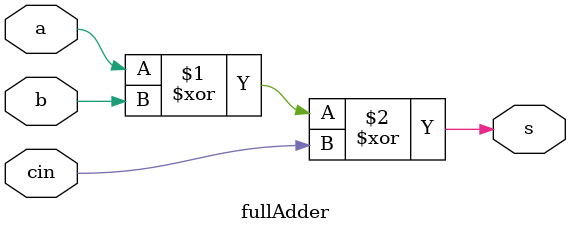
<source format=v>
module ALU(data_operandA, data_operandB, ctrl_ALUopcode, ctrl_shiftamt, data_result, isNotEqual, isLessThan);
   input [31:0] data_operandA, data_operandB;
   input [4:0] ctrl_ALUopcode, ctrl_shiftamt;
   output [31:0] data_result;
   output isNotEqual, isLessThan;
   wire [31:0] and1, or1, negate, add1, sub1, sleftl, srighta;
   wire [5:0] s; //mux select
   wire coutAdd, coutSub, cinAdd, cinSub, notEqual;
   wire [1:0] subSelect;
   
   assign cinAdd = 0;
   assign cinSub = 1;
   
   Dec2 #(3,6) d1(ctrl_ALUopcode[2:0], s); //only lower three bits of control taken as upper two always low
   
   bitwise b1(data_operandA, data_operandB, and1, or1, negate);
   
   CLA add(data_operandA, data_operandB, cinAdd, add1, coutAdd);
   CLA sub(data_operandA, negate, cinSub, sub1, coutSub);
   sll s1(data_operandA, ctrl_shiftamt, sleftl);
   sra s2(data_operandA, ctrl_shiftamt, srighta);
   Mux6 #(32) m(srighta, sleftl, or1, and1, sub1, add1, s, data_result);
	
	
	assign notEqual = sub1[31] | sub1[30] | sub1[29] | sub1[28] | sub1[27] | sub1[26] | sub1[25] | sub1[24] | sub1[23] | sub1[22] |
						sub1[21] | sub1[20] | sub1[19] | sub1[18] | sub1[17] | sub1[16] | sub1[15] | sub1[14] | sub1[13] | sub1[12] |
						sub1[11] | sub1[10] | sub1[9] | sub1[8] | sub1[7] | sub1[6] | sub1[5] | sub1[4] | sub1[3] | sub1[2] | sub1[1] | sub1[0];
	
	assign isNotEqual = notEqual;
	assign isLessThan = sub1[31];
	

   
endmodule

//6:1 mux from two 3:1 muxes
module Mux6(a5, a4, a3, a2, a1, a0, s, b);
	parameter k = 1;
	input [k-1:0] a5, a4, a3, a2, a1, a0;
	input [5:0] s;
	output [k-1:0] b;
	wire [k-1:0] ba, bb;
	
	assign b = ba|bb;
	
	Mux3 #(k) ma(a2, a1, a0, s[2:0], ba);
	Mux3 #(k) mb(a5, a4, a3, s[5:3], bb);
endmodule	


// 3:1 multiplexer(arbitrary width)
module Mux3(a2, a1, a0, s, b);
	parameter k = 1;
	input [k-1:0] a0, a1, a2; //inputs
	input [2:0] s; // one-hot select
	output [k-1:0] b;
	
	assign b =({k{s[2]}} & a2) | ({k{s[1]}} & a1) | ({k{s[0]}} & a0);
endmodule


//bitwise inverter, and, or
module bitwise(a,b, and1, or1, negate);
	input [31:0] a, b;
	output [31:0] and1, or1, negate;
	
	assign and1 = a&b;
	assign or1 = a|b;
	assign negate = ~b;
endmodule	



//sra for 32 bit input
module sra(a,b, out);
	input [31:0] a;
	input [4:0] b;
	output [31:0] out;
	wire [31:0] w1, w2, w3, w4, w5, w6, w7, w8, w9;
	wire [1:0] s1,s2,s3,s4,s5; //one-hot mux select
	Dec2 d01(b[0], s1);
	Dec2 d02(b[1], s2);
	Dec2 d03(b[2], s3);
	Dec2 d04(b[3], s4);
	Dec2 d05(b[4], s5);
	
	rshifter #(16) d1(a, w1);
	Mux2b #(32) m1(w1, a, s5,w2);
	
	rshifter #(8) d2(w2, w3);
	Mux2b #(32) m2(w3, w2, s4, w4);
	
	rshifter #(4) d3(w4, w5);
	Mux2b #(32) m3(w5, w4, s3, w6);
	
	rshifter #(2) d4(w6, w7);
	Mux2b #(32) m4(w7, w6, s2, w8);
	
	rshifter d5(w8, w9);
	Mux2b #(32) m5(w9, w8, s1, out);
endmodule
//sll for 32 bit input
module sll(a,b, out);
	input [31:0] a;
	input [4:0] b;
	output [31:0] out;
	wire [31:0] w1, w2, w3, w4, w5, w6, w7, w8, w9;
	wire [1:0] s1,s2,s3,s4,s5; //one-hot mux select
	Dec2 d01(b[0], s1);
	Dec2 d02(b[1], s2);
	Dec2 d03(b[2], s3);
	Dec2 d04(b[3], s4);
	Dec2 d05(b[4], s5);
	
	lshifter #(16) d1(a, w1);
	Mux2b #(32) m1(w1, a, s5,w2);
	
	lshifter #(8) d2(w2, w3);
	Mux2b #(32) m2(w3, w2, s4, w4);
	
	lshifter #(4) d3(w4, w5);
	Mux2b #(32) m3(w5, w4, s3, w6);
	
	lshifter #(2) d4(w6, w7);
	Mux2b #(32) m4(w7, w6, s2, w8);
	
	lshifter d5(w8, w9);
	Mux2b #(32) m5(w9, w8, s1, out);
endmodule	

//right arithmetic shifter
module rshifter(a, out);
	parameter k = 1;
	input [31:0] a;
	output [31:0] out;
	wire msb;
	wire [31:0] log;
	genvar i;
	assign msb = a[31];
	
	assign out[31-k:0] = a[31:k];
	
	generate
		for (i = 31; i > 31-k; i = i - 1) begin: exten
				assign out[i] = msb;
		end 
	endgenerate
endmodule

//left logical shifter
module lshifter(a, out);
	parameter k = 1;
	input [31:0] a;
	output [31:0] out;
	genvar i;
	
	assign out[31:k] = a[31-k:0];
	
	generate
		for (i = 0; i < k; i = i + 1) begin: exten2
				assign out[i] = 0;
		end 
	endgenerate
endmodule

// 2:1 multiplexer(arbitrary width)
module Mux2b(a3, a2, s, b);
	parameter k = 1;
	input [k-1:0] a2, a3; //inputs
	input [1:0] s; // one-hot select
	output [k-1:0] b;
	
	assign b = ({k{s[1]}} & a3) | ({k{s[0]}} & a2);
endmodule

//n -> m Decoder
//a - binary output (n bits wide)
//b - one hot output (m bits wide)
module Dec2(a,b);
	parameter n = 1;
	parameter m = 2;
	
	input [n-1:0] a;
	output [m-1:0] b;
	
	assign b = 1 << a;
endmodule


// Shifter modules end here &
//CLA modules start here
//32-bit CLA
module CLA(a, b, cin, sum, cout);
	input [31:0] a, b;
	input cin;
	output [31:0] sum;
	output cout;
	wire [31:0] p, g;
	wire p0, p8, p16, p24, g0, g8, g16, g24;
	wire c8, c16, c24, c32;
	
	propGen8 pg1(a[7:0], b[7:0], p0, g0, p[7:0], g[7:0]);
	propGen8 pg2(a[15:8], b[15:8], p8, g8, p[15:8], g[15:8]);
	propGen8 pg3(a[23:16], b[23:16], p16, g16, p[23:16], g[23:16]);
	propGen8 pg4(a[31:24], b[31:24], p24, g24, p[31:24], g[31:24]);
	
	LCU look(p0,g0,p8,g8,p16,g16,p24,g24,cin,c8,c16,c24,c32);
	assign cout = c32;
	
	CLA8 b1 (a[7:0], b[7:0], p[7:0], g[7:0], cin, sum[7:0]);
	CLA8 b2(a[15:8], b[15:8],p[15:8], g[15:8], c8, sum[15:8]);
	CLA8 b3(a[23:16], b[23:16],p[23:16], g[23:16], c16, sum[23:16]);
	CLA8 b4(a[31:24], b[31:24],p[31:24], g[31:24], c24, sum[31:24]);
endmodule	

//32 bit lookahead carry unit
module LCU(p0, g0, p8, g8, p16, g16, p24, g24, cin, C8, C16, C24, C32);
	input p0, g0, p8, g8, p16, g16, p24, g24, cin;
	output C8, C16, C24, C32;
	
	assign C8 = g0 | p0&cin;
	assign C16 = g8 | g0&p8 | cin&p0&p8;
	assign C24 = g16 | g8&p16 | g0&p8&p16 | cin&p0&p8&p16;
	assign C32 = g24 | g16&p24 | g8&p16&p24 | g0&p8&p16&p24 | cin&p0&p8&p16&p24;
	//assign PG = p0&p8&p16&p24;
	//assign GG = g24 | g16&p24 | g8&p16&p24 | g0&p8&p16&p24 | cin&p0&p8&p16&p24;
endmodule
//calculate group PG and GG for eight bit inputs

module propGen8(a, b, PG, GG, p, g);
	input [7:0] a, b;
	output [7:0] p, g;
	output PG, GG;
	genvar i;
	 generate
		for (i = 0; i <= 7; i = i + 1) begin: curblock
				propGen pcur(a[i], b[i],p[i], g[i]);
		end 
	endgenerate
	
	
	assign PG = p[0]&p[1]&p[2]&p[3]&p[4]&p[5]&p[6]&p[7];
	assign GG =  (g[7]) | (p[7]&g[6])| (p[7]&p[6]&g[5])| (p[7]&p[6]&p[5]&g[4]) | (p[7]&p[6]&p[5]&p[4]&g[3]) 
				| (p[7]&p[6]&p[5]&p[4]&p[3]&g[2])| (p[7]&p[6]&p[5]&p[4]&p[3]&p[2]&g[1]) |(p[7]&p[6]&p[5]&p[4]&p[3]&p[2]&p[1]&g[0]);
endmodule	

module CLA8(a, b, p, g, cin, sum);
	input [7:0] a, b, p, g;
	input cin;
	output [7:0] sum;
	wire [7:0] c;
	genvar j;
	
	assign c[0] = cin;
	assign c[1] = g[0] | p[0]&c[0];
	assign c[2] = g[1] | p[1]&g[0] | p[1]&p[0]&cin;
	assign c[3] = g[2] | p[2]&g[1] | p[2]&p[1]&g[0] | p[2]&p[1]&p[0]&cin;
	assign c[4] = g[3] | p[3]&g[2] | p[3]&p[2]&g[1] | p[3]&p[2]&p[1]&g[0] | p[3]&p[2]&p[1]&p[0]&cin;
	assign c[5] = g[4] | p[4]&g[3] | p[4]&p[3]&g[2] | p[4]&p[3]&p[2]&g[1] | p[4]&p[3]&p[2]&p[1]&g[0] |  p[4]&p[3]&p[2]&p[1]&p[0]&cin;
	assign c[6] = g[5] | p[5]&g[4] | p[5]&p[4]&g[3] | p[5]&p[4]&p[3]&g[2] | p[5]&p[4]&p[3]&p[2]&g[1] | p[5]&p[4]&p[3]&p[2]&p[1]&g[0] |  p[5]&p[4]&p[3]&p[2]&p[1]&p[0]&cin;
	assign c[7] = g[6] | p[6]&g[5] | p[6]&p[5]&g[4] | p[6]&p[5]&p[4]&g[3] | p[6]&p[5]&p[4]&p[3]&g[2] | p[6]&p[5]&p[4]&p[3]&p[2]&g[1] | p[6]&p[5]&p[4]&p[3]&p[2]&p[1]&g[0] |  p[6]&p[5]&p[4]&p[3]&p[2]&p[1]&p[0]&cin;
	
	 generate
		for (j = 0; j <= 7; j = j + 1) begin: myblock
				fullAdder f(a[j], b[j],c[j], sum[j]);
		end 
	endgenerate
	
endmodule 

module propGen(a,b, p, g);
	input a, b;
	output p, g;
	assign p = a | b;
	assign g = a&b;
endmodule	


module fullAdder(a, b, cin, s);
	input a,b,cin;
	output s; // sum
	assign s = a^b^cin;
endmodule
</source>
